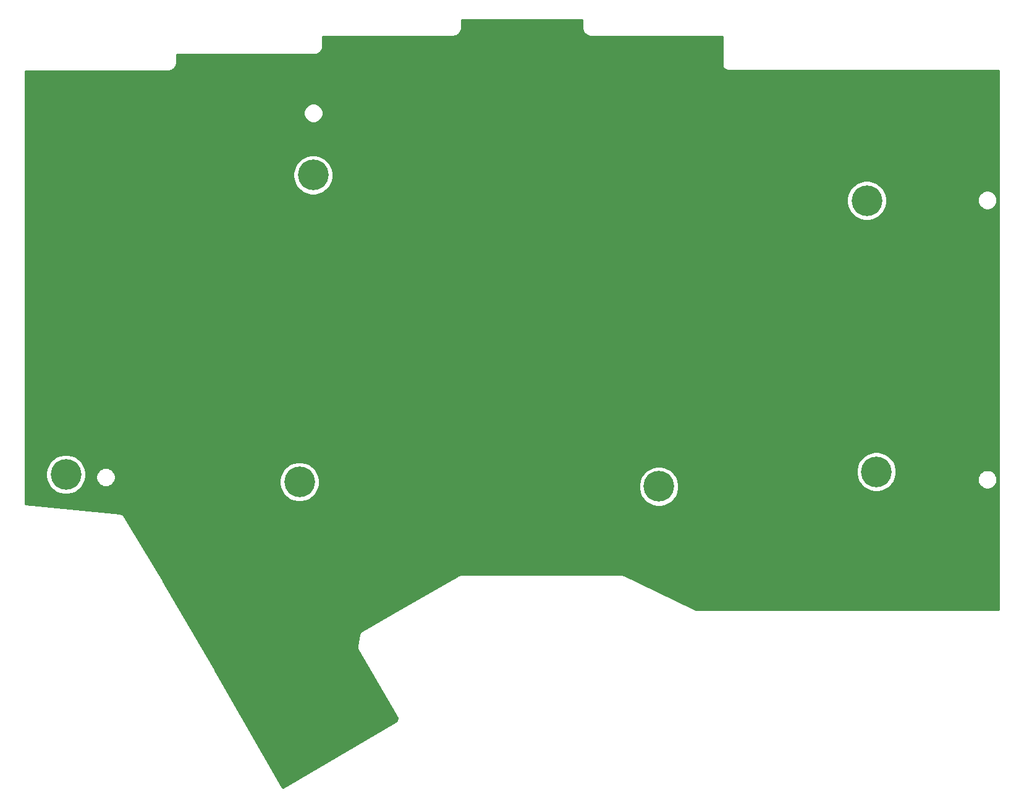
<source format=gbr>
%TF.GenerationSoftware,KiCad,Pcbnew,(5.1.6-0-10_14)*%
%TF.CreationDate,2020-10-01T11:44:37+02:00*%
%TF.ProjectId,bottom-plate,626f7474-6f6d-42d7-906c-6174652e6b69,rev?*%
%TF.SameCoordinates,Original*%
%TF.FileFunction,Copper,L2,Bot*%
%TF.FilePolarity,Positive*%
%FSLAX46Y46*%
G04 Gerber Fmt 4.6, Leading zero omitted, Abs format (unit mm)*
G04 Created by KiCad (PCBNEW (5.1.6-0-10_14)) date 2020-10-01 11:44:37*
%MOMM*%
%LPD*%
G01*
G04 APERTURE LIST*
%TA.AperFunction,ComponentPad*%
%ADD10C,4.200000*%
%TD*%
%TA.AperFunction,NonConductor*%
%ADD11C,0.254000*%
%TD*%
G04 APERTURE END LIST*
D10*
%TO.P,Ref\u002A\u002A,*%
%TO.N,*%
X38354000Y-86741000D03*
%TD*%
%TO.P,Ref\u002A\u002A,*%
%TO.N,*%
X148082000Y-49202500D03*
%TD*%
%TO.P,Ref\u002A\u002A,*%
%TO.N,*%
X72224500Y-45702500D03*
%TD*%
%TO.P,Ref\u002A\u002A,*%
%TO.N,*%
X119592500Y-88385000D03*
%TD*%
%TO.P,Ref\u002A\u002A,*%
%TO.N,*%
X70358000Y-87757000D03*
%TD*%
%TO.P,Ref\u002A\u002A,*%
%TO.N,*%
X149393500Y-86367000D03*
%TD*%
D11*
G36*
X109097544Y-25501230D02*
G01*
X109108179Y-25609210D01*
X109111069Y-25618739D01*
X109119102Y-25682375D01*
X109130223Y-25731347D01*
X109138446Y-25780881D01*
X109146073Y-25801144D01*
X109150868Y-25822260D01*
X109171289Y-25868138D01*
X109188977Y-25915133D01*
X109193576Y-25924307D01*
X109292056Y-26117371D01*
X109297847Y-26126417D01*
X109302060Y-26136297D01*
X109336475Y-26186758D01*
X109369395Y-26238183D01*
X109376830Y-26245929D01*
X109382884Y-26254806D01*
X109426451Y-26297627D01*
X109468727Y-26341673D01*
X109477527Y-26347829D01*
X109485188Y-26355359D01*
X109493219Y-26361748D01*
X109662304Y-26494355D01*
X109673734Y-26501639D01*
X109683862Y-26510630D01*
X109734116Y-26540114D01*
X109783278Y-26571440D01*
X109795901Y-26576363D01*
X109807587Y-26583219D01*
X109862631Y-26602387D01*
X109916922Y-26623560D01*
X109930259Y-26625937D01*
X109943055Y-26630393D01*
X109953046Y-26632737D01*
X110169830Y-26681988D01*
X110170918Y-26682125D01*
X110190522Y-26688075D01*
X110298500Y-26698724D01*
X110302325Y-26698724D01*
X110312146Y-26699965D01*
X110329835Y-26698728D01*
X122169342Y-26700247D01*
X122169395Y-26700252D01*
X122210327Y-26700252D01*
X122241510Y-26700256D01*
X122241551Y-26700252D01*
X128297001Y-26700252D01*
X128297000Y-30570886D01*
X128293445Y-30606966D01*
X128297000Y-30643079D01*
X128297000Y-30643104D01*
X128301290Y-30686657D01*
X128307629Y-30751051D01*
X128307633Y-30751064D01*
X128307635Y-30751084D01*
X128328976Y-30821435D01*
X128349650Y-30889600D01*
X128349658Y-30889614D01*
X128349663Y-30889632D01*
X128377847Y-30942360D01*
X128417894Y-31017291D01*
X128417906Y-31017305D01*
X128417913Y-31017319D01*
X128455119Y-31062654D01*
X128509738Y-31129213D01*
X128509751Y-31129224D01*
X128509762Y-31129237D01*
X128575869Y-31183490D01*
X128621652Y-31221067D01*
X128621662Y-31221073D01*
X128621680Y-31221087D01*
X128700629Y-31263286D01*
X128749335Y-31289323D01*
X128749348Y-31289327D01*
X128749367Y-31289337D01*
X128830773Y-31314031D01*
X128887882Y-31331358D01*
X128887897Y-31331359D01*
X128887915Y-31331365D01*
X128967320Y-31339186D01*
X128995861Y-31341998D01*
X128995875Y-31341998D01*
X129032000Y-31345556D01*
X129068091Y-31342001D01*
X166143000Y-31343741D01*
X166143000Y-31405104D01*
X166143002Y-31405121D01*
X166144759Y-105310000D01*
X124629515Y-105310000D01*
X114888320Y-100564290D01*
X114836633Y-100536663D01*
X114788679Y-100522116D01*
X114741718Y-100504699D01*
X114719565Y-100501151D01*
X114698085Y-100494635D01*
X114648216Y-100489723D01*
X114598758Y-100481802D01*
X114540226Y-100484000D01*
X92515353Y-100484000D01*
X92502485Y-100481908D01*
X92443074Y-100484000D01*
X92419895Y-100484000D01*
X92406996Y-100485270D01*
X92357792Y-100487003D01*
X92335111Y-100492350D01*
X92311915Y-100494635D01*
X92264796Y-100508928D01*
X92216873Y-100520227D01*
X92195668Y-100529898D01*
X92173367Y-100536663D01*
X92129940Y-100559875D01*
X92118153Y-100565251D01*
X92098115Y-100576886D01*
X92045680Y-100604913D01*
X92035602Y-100613184D01*
X84215172Y-105154079D01*
X78945249Y-108165464D01*
X78944219Y-108165812D01*
X78882389Y-108201384D01*
X78851990Y-108218755D01*
X78851110Y-108219379D01*
X78818724Y-108238012D01*
X78792218Y-108261186D01*
X78763514Y-108281562D01*
X78737854Y-108308715D01*
X78709725Y-108333308D01*
X78688252Y-108361203D01*
X78664072Y-108386791D01*
X78644201Y-108418431D01*
X78621412Y-108448037D01*
X78605793Y-108479588D01*
X78587071Y-108509399D01*
X78573754Y-108544308D01*
X78557179Y-108577791D01*
X78548017Y-108611778D01*
X78535468Y-108644674D01*
X78529217Y-108681514D01*
X78528937Y-108682553D01*
X78523193Y-108717018D01*
X78511248Y-108787415D01*
X78511279Y-108788502D01*
X78280735Y-110171760D01*
X78280382Y-110172702D01*
X78268865Y-110242981D01*
X78263065Y-110277781D01*
X78262998Y-110278785D01*
X78256968Y-110315579D01*
X78258165Y-110350841D01*
X78255804Y-110386039D01*
X78260614Y-110423012D01*
X78261879Y-110460277D01*
X78269931Y-110494627D01*
X78274483Y-110529611D01*
X78286413Y-110564932D01*
X78294924Y-110601238D01*
X78309525Y-110633361D01*
X78320813Y-110666781D01*
X78339403Y-110699094D01*
X78339822Y-110700015D01*
X78357586Y-110730698D01*
X78393013Y-110792276D01*
X78393674Y-110793032D01*
X83796733Y-120125589D01*
X83689768Y-120553449D01*
X68126129Y-129694000D01*
X67991352Y-129694000D01*
X58820696Y-113583390D01*
X58819069Y-113579841D01*
X58802814Y-113551976D01*
X58786901Y-113524020D01*
X58784653Y-113520842D01*
X51704779Y-101383917D01*
X51702832Y-101379804D01*
X51686575Y-101352709D01*
X51670685Y-101325469D01*
X51668023Y-101321789D01*
X46379234Y-92507141D01*
X46373160Y-92492257D01*
X46342045Y-92445159D01*
X46331681Y-92427886D01*
X46322164Y-92415066D01*
X46293353Y-92371456D01*
X46279088Y-92357041D01*
X46267006Y-92340766D01*
X46228283Y-92305701D01*
X46191514Y-92268546D01*
X46174710Y-92257190D01*
X46159685Y-92243585D01*
X46114864Y-92216748D01*
X46071553Y-92187480D01*
X46052856Y-92179621D01*
X46035467Y-92169209D01*
X45986276Y-92151634D01*
X45938084Y-92131376D01*
X45918211Y-92127315D01*
X45899126Y-92120496D01*
X45847449Y-92112854D01*
X45831778Y-92109652D01*
X45811707Y-92107569D01*
X45755901Y-92099317D01*
X45739854Y-92100113D01*
X32844256Y-90761892D01*
X32802216Y-90596174D01*
X32802216Y-86471626D01*
X35619000Y-86471626D01*
X35619000Y-87010374D01*
X35724105Y-87538770D01*
X35930275Y-88036508D01*
X36229587Y-88484461D01*
X36610539Y-88865413D01*
X37058492Y-89164725D01*
X37556230Y-89370895D01*
X38084626Y-89476000D01*
X38623374Y-89476000D01*
X39151770Y-89370895D01*
X39649508Y-89164725D01*
X40097461Y-88865413D01*
X40478413Y-88484461D01*
X40777725Y-88036508D01*
X40983895Y-87538770D01*
X41089000Y-87010374D01*
X41089000Y-86991539D01*
X42490409Y-86991539D01*
X42490409Y-87252461D01*
X42541312Y-87508369D01*
X42641163Y-87749429D01*
X42786123Y-87966377D01*
X42970623Y-88150877D01*
X43187571Y-88295837D01*
X43428631Y-88395688D01*
X43684539Y-88446591D01*
X43945461Y-88446591D01*
X44201369Y-88395688D01*
X44442429Y-88295837D01*
X44659377Y-88150877D01*
X44843877Y-87966377D01*
X44988837Y-87749429D01*
X45088688Y-87508369D01*
X45092814Y-87487626D01*
X67623000Y-87487626D01*
X67623000Y-88026374D01*
X67728105Y-88554770D01*
X67934275Y-89052508D01*
X68233587Y-89500461D01*
X68614539Y-89881413D01*
X69062492Y-90180725D01*
X69560230Y-90386895D01*
X70088626Y-90492000D01*
X70627374Y-90492000D01*
X71155770Y-90386895D01*
X71653508Y-90180725D01*
X72101461Y-89881413D01*
X72482413Y-89500461D01*
X72781725Y-89052508D01*
X72987895Y-88554770D01*
X73075246Y-88115626D01*
X116857500Y-88115626D01*
X116857500Y-88654374D01*
X116962605Y-89182770D01*
X117168775Y-89680508D01*
X117468087Y-90128461D01*
X117849039Y-90509413D01*
X118296992Y-90808725D01*
X118794730Y-91014895D01*
X119323126Y-91120000D01*
X119861874Y-91120000D01*
X120390270Y-91014895D01*
X120888008Y-90808725D01*
X121335961Y-90509413D01*
X121716913Y-90128461D01*
X122016225Y-89680508D01*
X122222395Y-89182770D01*
X122327500Y-88654374D01*
X122327500Y-88115626D01*
X122222395Y-87587230D01*
X122016225Y-87089492D01*
X121716913Y-86641539D01*
X121335961Y-86260587D01*
X121092073Y-86097626D01*
X146658500Y-86097626D01*
X146658500Y-86636374D01*
X146763605Y-87164770D01*
X146969775Y-87662508D01*
X147269087Y-88110461D01*
X147650039Y-88491413D01*
X148097992Y-88790725D01*
X148595730Y-88996895D01*
X149124126Y-89102000D01*
X149662874Y-89102000D01*
X150191270Y-88996895D01*
X150689008Y-88790725D01*
X151136961Y-88491413D01*
X151517913Y-88110461D01*
X151817225Y-87662508D01*
X151961772Y-87313539D01*
X163267409Y-87313539D01*
X163267409Y-87574461D01*
X163318312Y-87830369D01*
X163418163Y-88071429D01*
X163563123Y-88288377D01*
X163747623Y-88472877D01*
X163964571Y-88617837D01*
X164205631Y-88717688D01*
X164461539Y-88768591D01*
X164722461Y-88768591D01*
X164978369Y-88717688D01*
X165219429Y-88617837D01*
X165436377Y-88472877D01*
X165620877Y-88288377D01*
X165765837Y-88071429D01*
X165865688Y-87830369D01*
X165916591Y-87574461D01*
X165916591Y-87313539D01*
X165865688Y-87057631D01*
X165765837Y-86816571D01*
X165620877Y-86599623D01*
X165436377Y-86415123D01*
X165219429Y-86270163D01*
X164978369Y-86170312D01*
X164722461Y-86119409D01*
X164461539Y-86119409D01*
X164205631Y-86170312D01*
X163964571Y-86270163D01*
X163747623Y-86415123D01*
X163563123Y-86599623D01*
X163418163Y-86816571D01*
X163318312Y-87057631D01*
X163267409Y-87313539D01*
X151961772Y-87313539D01*
X152023395Y-87164770D01*
X152128500Y-86636374D01*
X152128500Y-86097626D01*
X152023395Y-85569230D01*
X151817225Y-85071492D01*
X151517913Y-84623539D01*
X151136961Y-84242587D01*
X150689008Y-83943275D01*
X150191270Y-83737105D01*
X149662874Y-83632000D01*
X149124126Y-83632000D01*
X148595730Y-83737105D01*
X148097992Y-83943275D01*
X147650039Y-84242587D01*
X147269087Y-84623539D01*
X146969775Y-85071492D01*
X146763605Y-85569230D01*
X146658500Y-86097626D01*
X121092073Y-86097626D01*
X120888008Y-85961275D01*
X120390270Y-85755105D01*
X119861874Y-85650000D01*
X119323126Y-85650000D01*
X118794730Y-85755105D01*
X118296992Y-85961275D01*
X117849039Y-86260587D01*
X117468087Y-86641539D01*
X117168775Y-87089492D01*
X116962605Y-87587230D01*
X116857500Y-88115626D01*
X73075246Y-88115626D01*
X73093000Y-88026374D01*
X73093000Y-87487626D01*
X72987895Y-86959230D01*
X72781725Y-86461492D01*
X72482413Y-86013539D01*
X72101461Y-85632587D01*
X71653508Y-85333275D01*
X71155770Y-85127105D01*
X70627374Y-85022000D01*
X70088626Y-85022000D01*
X69560230Y-85127105D01*
X69062492Y-85333275D01*
X68614539Y-85632587D01*
X68233587Y-86013539D01*
X67934275Y-86461492D01*
X67728105Y-86959230D01*
X67623000Y-87487626D01*
X45092814Y-87487626D01*
X45139591Y-87252461D01*
X45139591Y-86991539D01*
X45088688Y-86735631D01*
X44988837Y-86494571D01*
X44843877Y-86277623D01*
X44659377Y-86093123D01*
X44442429Y-85948163D01*
X44201369Y-85848312D01*
X43945461Y-85797409D01*
X43684539Y-85797409D01*
X43428631Y-85848312D01*
X43187571Y-85948163D01*
X42970623Y-86093123D01*
X42786123Y-86277623D01*
X42641163Y-86494571D01*
X42541312Y-86735631D01*
X42490409Y-86991539D01*
X41089000Y-86991539D01*
X41089000Y-86471626D01*
X40983895Y-85943230D01*
X40777725Y-85445492D01*
X40478413Y-84997539D01*
X40097461Y-84616587D01*
X39649508Y-84317275D01*
X39151770Y-84111105D01*
X38623374Y-84006000D01*
X38084626Y-84006000D01*
X37556230Y-84111105D01*
X37058492Y-84317275D01*
X36610539Y-84616587D01*
X36229587Y-84997539D01*
X35930275Y-85445492D01*
X35724105Y-85943230D01*
X35619000Y-86471626D01*
X32802216Y-86471626D01*
X32802216Y-48933126D01*
X145347000Y-48933126D01*
X145347000Y-49471874D01*
X145452105Y-50000270D01*
X145658275Y-50498008D01*
X145957587Y-50945961D01*
X146338539Y-51326913D01*
X146786492Y-51626225D01*
X147284230Y-51832395D01*
X147812626Y-51937500D01*
X148351374Y-51937500D01*
X148879770Y-51832395D01*
X149377508Y-51626225D01*
X149825461Y-51326913D01*
X150206413Y-50945961D01*
X150505725Y-50498008D01*
X150711895Y-50000270D01*
X150817000Y-49471874D01*
X150817000Y-49018539D01*
X163267409Y-49018539D01*
X163267409Y-49279461D01*
X163318312Y-49535369D01*
X163418163Y-49776429D01*
X163563123Y-49993377D01*
X163747623Y-50177877D01*
X163964571Y-50322837D01*
X164205631Y-50422688D01*
X164461539Y-50473591D01*
X164722461Y-50473591D01*
X164978369Y-50422688D01*
X165219429Y-50322837D01*
X165436377Y-50177877D01*
X165620877Y-49993377D01*
X165765837Y-49776429D01*
X165865688Y-49535369D01*
X165916591Y-49279461D01*
X165916591Y-49018539D01*
X165865688Y-48762631D01*
X165765837Y-48521571D01*
X165620877Y-48304623D01*
X165436377Y-48120123D01*
X165219429Y-47975163D01*
X164978369Y-47875312D01*
X164722461Y-47824409D01*
X164461539Y-47824409D01*
X164205631Y-47875312D01*
X163964571Y-47975163D01*
X163747623Y-48120123D01*
X163563123Y-48304623D01*
X163418163Y-48521571D01*
X163318312Y-48762631D01*
X163267409Y-49018539D01*
X150817000Y-49018539D01*
X150817000Y-48933126D01*
X150711895Y-48404730D01*
X150505725Y-47906992D01*
X150206413Y-47459039D01*
X149825461Y-47078087D01*
X149377508Y-46778775D01*
X148879770Y-46572605D01*
X148351374Y-46467500D01*
X147812626Y-46467500D01*
X147284230Y-46572605D01*
X146786492Y-46778775D01*
X146338539Y-47078087D01*
X145957587Y-47459039D01*
X145658275Y-47906992D01*
X145452105Y-48404730D01*
X145347000Y-48933126D01*
X32802216Y-48933126D01*
X32802216Y-45433126D01*
X69489500Y-45433126D01*
X69489500Y-45971874D01*
X69594605Y-46500270D01*
X69800775Y-46998008D01*
X70100087Y-47445961D01*
X70481039Y-47826913D01*
X70928992Y-48126225D01*
X71426730Y-48332395D01*
X71955126Y-48437500D01*
X72493874Y-48437500D01*
X73022270Y-48332395D01*
X73520008Y-48126225D01*
X73967961Y-47826913D01*
X74348913Y-47445961D01*
X74648225Y-46998008D01*
X74854395Y-46500270D01*
X74959500Y-45971874D01*
X74959500Y-45433126D01*
X74854395Y-44904730D01*
X74648225Y-44406992D01*
X74348913Y-43959039D01*
X73967961Y-43578087D01*
X73520008Y-43278775D01*
X73022270Y-43072605D01*
X72493874Y-42967500D01*
X71955126Y-42967500D01*
X71426730Y-43072605D01*
X70928992Y-43278775D01*
X70481039Y-43578087D01*
X70100087Y-43959039D01*
X69800775Y-44406992D01*
X69594605Y-44904730D01*
X69489500Y-45433126D01*
X32802216Y-45433126D01*
X32802216Y-37080539D01*
X70938409Y-37080539D01*
X70938409Y-37341461D01*
X70989312Y-37597369D01*
X71089163Y-37838429D01*
X71234123Y-38055377D01*
X71418623Y-38239877D01*
X71635571Y-38384837D01*
X71876631Y-38484688D01*
X72132539Y-38535591D01*
X72393461Y-38535591D01*
X72649369Y-38484688D01*
X72890429Y-38384837D01*
X73107377Y-38239877D01*
X73291877Y-38055377D01*
X73436837Y-37838429D01*
X73536688Y-37597369D01*
X73587591Y-37341461D01*
X73587591Y-37080539D01*
X73536688Y-36824631D01*
X73436837Y-36583571D01*
X73291877Y-36366623D01*
X73107377Y-36182123D01*
X72890429Y-36037163D01*
X72649369Y-35937312D01*
X72393461Y-35886409D01*
X72132539Y-35886409D01*
X71876631Y-35937312D01*
X71635571Y-36037163D01*
X71418623Y-36182123D01*
X71234123Y-36366623D01*
X71089163Y-36583571D01*
X70989312Y-36824631D01*
X70938409Y-37080539D01*
X32802216Y-37080539D01*
X32802216Y-31448545D01*
X52316557Y-31450301D01*
X52316832Y-31450301D01*
X52352630Y-31450304D01*
X52460611Y-31439678D01*
X52470182Y-31436776D01*
X52533833Y-31428741D01*
X52582802Y-31417620D01*
X52632338Y-31409397D01*
X52652605Y-31401769D01*
X52673718Y-31396974D01*
X52719597Y-31376553D01*
X52766590Y-31358865D01*
X52775764Y-31354266D01*
X52968829Y-31255784D01*
X52977876Y-31249993D01*
X52987750Y-31245782D01*
X53038196Y-31211377D01*
X53089641Y-31178444D01*
X53097388Y-31171008D01*
X53106259Y-31164958D01*
X53149066Y-31121406D01*
X53193131Y-31079111D01*
X53199287Y-31070311D01*
X53206813Y-31062654D01*
X53213202Y-31054624D01*
X53345809Y-30885538D01*
X53353086Y-30874118D01*
X53362073Y-30863996D01*
X53391557Y-30813744D01*
X53422895Y-30764564D01*
X53427817Y-30751942D01*
X53434664Y-30740273D01*
X53453829Y-30685245D01*
X53475015Y-30630920D01*
X53477391Y-30617591D01*
X53481843Y-30604807D01*
X53484187Y-30594816D01*
X53527506Y-30404170D01*
X53540814Y-30360584D01*
X53551645Y-30252623D01*
X53553567Y-29198366D01*
X72368563Y-29200124D01*
X72476544Y-29189499D01*
X72486111Y-29186598D01*
X72549176Y-29178669D01*
X72598165Y-29167569D01*
X72647693Y-29159372D01*
X72667957Y-29151756D01*
X72689077Y-29146971D01*
X72734970Y-29126571D01*
X72781970Y-29108907D01*
X72791146Y-29104313D01*
X72984258Y-29005927D01*
X72993308Y-29000140D01*
X73003189Y-28995932D01*
X73053649Y-28961554D01*
X73105108Y-28928647D01*
X73112863Y-28921211D01*
X73121737Y-28915165D01*
X73164550Y-28871649D01*
X73208647Y-28829365D01*
X73214811Y-28820563D01*
X73222340Y-28812910D01*
X73228733Y-28804883D01*
X73361421Y-28635863D01*
X73368705Y-28624444D01*
X73377700Y-28614323D01*
X73407216Y-28564071D01*
X73438566Y-28514926D01*
X73443493Y-28502311D01*
X73450351Y-28490635D01*
X73469548Y-28435599D01*
X73490751Y-28381308D01*
X73493133Y-28367979D01*
X73497594Y-28355190D01*
X73499942Y-28345201D01*
X73541256Y-28163775D01*
X73558542Y-28106792D01*
X73569177Y-27998812D01*
X73569177Y-26698761D01*
X84259344Y-26700247D01*
X84259395Y-26700252D01*
X84295540Y-26700252D01*
X84331502Y-26700257D01*
X84331553Y-26700252D01*
X91368577Y-26700252D01*
X91476557Y-26689617D01*
X91486094Y-26686724D01*
X91549723Y-26678692D01*
X91598692Y-26667572D01*
X91648236Y-26659346D01*
X91668500Y-26651718D01*
X91689608Y-26646925D01*
X91735485Y-26626505D01*
X91782487Y-26608813D01*
X91791661Y-26604214D01*
X91984725Y-26505730D01*
X91993771Y-26499939D01*
X92003646Y-26495728D01*
X92054087Y-26461325D01*
X92105536Y-26428389D01*
X92113285Y-26420951D01*
X92122154Y-26414902D01*
X92164951Y-26371359D01*
X92209025Y-26329054D01*
X92215182Y-26320252D01*
X92222706Y-26312597D01*
X92229096Y-26304567D01*
X92361701Y-26135480D01*
X92368983Y-26124051D01*
X92377971Y-26113928D01*
X92407453Y-26063678D01*
X92438785Y-26014505D01*
X92443707Y-26001883D01*
X92450560Y-25990203D01*
X92469728Y-25935160D01*
X92490904Y-25880860D01*
X92493280Y-25867528D01*
X92497735Y-25854735D01*
X92500078Y-25844744D01*
X92542864Y-25656420D01*
X92557723Y-25607435D01*
X92568358Y-25499455D01*
X92568358Y-24448292D01*
X109097545Y-24448292D01*
X109097544Y-25501230D01*
G37*
X109097544Y-25501230D02*
X109108179Y-25609210D01*
X109111069Y-25618739D01*
X109119102Y-25682375D01*
X109130223Y-25731347D01*
X109138446Y-25780881D01*
X109146073Y-25801144D01*
X109150868Y-25822260D01*
X109171289Y-25868138D01*
X109188977Y-25915133D01*
X109193576Y-25924307D01*
X109292056Y-26117371D01*
X109297847Y-26126417D01*
X109302060Y-26136297D01*
X109336475Y-26186758D01*
X109369395Y-26238183D01*
X109376830Y-26245929D01*
X109382884Y-26254806D01*
X109426451Y-26297627D01*
X109468727Y-26341673D01*
X109477527Y-26347829D01*
X109485188Y-26355359D01*
X109493219Y-26361748D01*
X109662304Y-26494355D01*
X109673734Y-26501639D01*
X109683862Y-26510630D01*
X109734116Y-26540114D01*
X109783278Y-26571440D01*
X109795901Y-26576363D01*
X109807587Y-26583219D01*
X109862631Y-26602387D01*
X109916922Y-26623560D01*
X109930259Y-26625937D01*
X109943055Y-26630393D01*
X109953046Y-26632737D01*
X110169830Y-26681988D01*
X110170918Y-26682125D01*
X110190522Y-26688075D01*
X110298500Y-26698724D01*
X110302325Y-26698724D01*
X110312146Y-26699965D01*
X110329835Y-26698728D01*
X122169342Y-26700247D01*
X122169395Y-26700252D01*
X122210327Y-26700252D01*
X122241510Y-26700256D01*
X122241551Y-26700252D01*
X128297001Y-26700252D01*
X128297000Y-30570886D01*
X128293445Y-30606966D01*
X128297000Y-30643079D01*
X128297000Y-30643104D01*
X128301290Y-30686657D01*
X128307629Y-30751051D01*
X128307633Y-30751064D01*
X128307635Y-30751084D01*
X128328976Y-30821435D01*
X128349650Y-30889600D01*
X128349658Y-30889614D01*
X128349663Y-30889632D01*
X128377847Y-30942360D01*
X128417894Y-31017291D01*
X128417906Y-31017305D01*
X128417913Y-31017319D01*
X128455119Y-31062654D01*
X128509738Y-31129213D01*
X128509751Y-31129224D01*
X128509762Y-31129237D01*
X128575869Y-31183490D01*
X128621652Y-31221067D01*
X128621662Y-31221073D01*
X128621680Y-31221087D01*
X128700629Y-31263286D01*
X128749335Y-31289323D01*
X128749348Y-31289327D01*
X128749367Y-31289337D01*
X128830773Y-31314031D01*
X128887882Y-31331358D01*
X128887897Y-31331359D01*
X128887915Y-31331365D01*
X128967320Y-31339186D01*
X128995861Y-31341998D01*
X128995875Y-31341998D01*
X129032000Y-31345556D01*
X129068091Y-31342001D01*
X166143000Y-31343741D01*
X166143000Y-31405104D01*
X166143002Y-31405121D01*
X166144759Y-105310000D01*
X124629515Y-105310000D01*
X114888320Y-100564290D01*
X114836633Y-100536663D01*
X114788679Y-100522116D01*
X114741718Y-100504699D01*
X114719565Y-100501151D01*
X114698085Y-100494635D01*
X114648216Y-100489723D01*
X114598758Y-100481802D01*
X114540226Y-100484000D01*
X92515353Y-100484000D01*
X92502485Y-100481908D01*
X92443074Y-100484000D01*
X92419895Y-100484000D01*
X92406996Y-100485270D01*
X92357792Y-100487003D01*
X92335111Y-100492350D01*
X92311915Y-100494635D01*
X92264796Y-100508928D01*
X92216873Y-100520227D01*
X92195668Y-100529898D01*
X92173367Y-100536663D01*
X92129940Y-100559875D01*
X92118153Y-100565251D01*
X92098115Y-100576886D01*
X92045680Y-100604913D01*
X92035602Y-100613184D01*
X84215172Y-105154079D01*
X78945249Y-108165464D01*
X78944219Y-108165812D01*
X78882389Y-108201384D01*
X78851990Y-108218755D01*
X78851110Y-108219379D01*
X78818724Y-108238012D01*
X78792218Y-108261186D01*
X78763514Y-108281562D01*
X78737854Y-108308715D01*
X78709725Y-108333308D01*
X78688252Y-108361203D01*
X78664072Y-108386791D01*
X78644201Y-108418431D01*
X78621412Y-108448037D01*
X78605793Y-108479588D01*
X78587071Y-108509399D01*
X78573754Y-108544308D01*
X78557179Y-108577791D01*
X78548017Y-108611778D01*
X78535468Y-108644674D01*
X78529217Y-108681514D01*
X78528937Y-108682553D01*
X78523193Y-108717018D01*
X78511248Y-108787415D01*
X78511279Y-108788502D01*
X78280735Y-110171760D01*
X78280382Y-110172702D01*
X78268865Y-110242981D01*
X78263065Y-110277781D01*
X78262998Y-110278785D01*
X78256968Y-110315579D01*
X78258165Y-110350841D01*
X78255804Y-110386039D01*
X78260614Y-110423012D01*
X78261879Y-110460277D01*
X78269931Y-110494627D01*
X78274483Y-110529611D01*
X78286413Y-110564932D01*
X78294924Y-110601238D01*
X78309525Y-110633361D01*
X78320813Y-110666781D01*
X78339403Y-110699094D01*
X78339822Y-110700015D01*
X78357586Y-110730698D01*
X78393013Y-110792276D01*
X78393674Y-110793032D01*
X83796733Y-120125589D01*
X83689768Y-120553449D01*
X68126129Y-129694000D01*
X67991352Y-129694000D01*
X58820696Y-113583390D01*
X58819069Y-113579841D01*
X58802814Y-113551976D01*
X58786901Y-113524020D01*
X58784653Y-113520842D01*
X51704779Y-101383917D01*
X51702832Y-101379804D01*
X51686575Y-101352709D01*
X51670685Y-101325469D01*
X51668023Y-101321789D01*
X46379234Y-92507141D01*
X46373160Y-92492257D01*
X46342045Y-92445159D01*
X46331681Y-92427886D01*
X46322164Y-92415066D01*
X46293353Y-92371456D01*
X46279088Y-92357041D01*
X46267006Y-92340766D01*
X46228283Y-92305701D01*
X46191514Y-92268546D01*
X46174710Y-92257190D01*
X46159685Y-92243585D01*
X46114864Y-92216748D01*
X46071553Y-92187480D01*
X46052856Y-92179621D01*
X46035467Y-92169209D01*
X45986276Y-92151634D01*
X45938084Y-92131376D01*
X45918211Y-92127315D01*
X45899126Y-92120496D01*
X45847449Y-92112854D01*
X45831778Y-92109652D01*
X45811707Y-92107569D01*
X45755901Y-92099317D01*
X45739854Y-92100113D01*
X32844256Y-90761892D01*
X32802216Y-90596174D01*
X32802216Y-86471626D01*
X35619000Y-86471626D01*
X35619000Y-87010374D01*
X35724105Y-87538770D01*
X35930275Y-88036508D01*
X36229587Y-88484461D01*
X36610539Y-88865413D01*
X37058492Y-89164725D01*
X37556230Y-89370895D01*
X38084626Y-89476000D01*
X38623374Y-89476000D01*
X39151770Y-89370895D01*
X39649508Y-89164725D01*
X40097461Y-88865413D01*
X40478413Y-88484461D01*
X40777725Y-88036508D01*
X40983895Y-87538770D01*
X41089000Y-87010374D01*
X41089000Y-86991539D01*
X42490409Y-86991539D01*
X42490409Y-87252461D01*
X42541312Y-87508369D01*
X42641163Y-87749429D01*
X42786123Y-87966377D01*
X42970623Y-88150877D01*
X43187571Y-88295837D01*
X43428631Y-88395688D01*
X43684539Y-88446591D01*
X43945461Y-88446591D01*
X44201369Y-88395688D01*
X44442429Y-88295837D01*
X44659377Y-88150877D01*
X44843877Y-87966377D01*
X44988837Y-87749429D01*
X45088688Y-87508369D01*
X45092814Y-87487626D01*
X67623000Y-87487626D01*
X67623000Y-88026374D01*
X67728105Y-88554770D01*
X67934275Y-89052508D01*
X68233587Y-89500461D01*
X68614539Y-89881413D01*
X69062492Y-90180725D01*
X69560230Y-90386895D01*
X70088626Y-90492000D01*
X70627374Y-90492000D01*
X71155770Y-90386895D01*
X71653508Y-90180725D01*
X72101461Y-89881413D01*
X72482413Y-89500461D01*
X72781725Y-89052508D01*
X72987895Y-88554770D01*
X73075246Y-88115626D01*
X116857500Y-88115626D01*
X116857500Y-88654374D01*
X116962605Y-89182770D01*
X117168775Y-89680508D01*
X117468087Y-90128461D01*
X117849039Y-90509413D01*
X118296992Y-90808725D01*
X118794730Y-91014895D01*
X119323126Y-91120000D01*
X119861874Y-91120000D01*
X120390270Y-91014895D01*
X120888008Y-90808725D01*
X121335961Y-90509413D01*
X121716913Y-90128461D01*
X122016225Y-89680508D01*
X122222395Y-89182770D01*
X122327500Y-88654374D01*
X122327500Y-88115626D01*
X122222395Y-87587230D01*
X122016225Y-87089492D01*
X121716913Y-86641539D01*
X121335961Y-86260587D01*
X121092073Y-86097626D01*
X146658500Y-86097626D01*
X146658500Y-86636374D01*
X146763605Y-87164770D01*
X146969775Y-87662508D01*
X147269087Y-88110461D01*
X147650039Y-88491413D01*
X148097992Y-88790725D01*
X148595730Y-88996895D01*
X149124126Y-89102000D01*
X149662874Y-89102000D01*
X150191270Y-88996895D01*
X150689008Y-88790725D01*
X151136961Y-88491413D01*
X151517913Y-88110461D01*
X151817225Y-87662508D01*
X151961772Y-87313539D01*
X163267409Y-87313539D01*
X163267409Y-87574461D01*
X163318312Y-87830369D01*
X163418163Y-88071429D01*
X163563123Y-88288377D01*
X163747623Y-88472877D01*
X163964571Y-88617837D01*
X164205631Y-88717688D01*
X164461539Y-88768591D01*
X164722461Y-88768591D01*
X164978369Y-88717688D01*
X165219429Y-88617837D01*
X165436377Y-88472877D01*
X165620877Y-88288377D01*
X165765837Y-88071429D01*
X165865688Y-87830369D01*
X165916591Y-87574461D01*
X165916591Y-87313539D01*
X165865688Y-87057631D01*
X165765837Y-86816571D01*
X165620877Y-86599623D01*
X165436377Y-86415123D01*
X165219429Y-86270163D01*
X164978369Y-86170312D01*
X164722461Y-86119409D01*
X164461539Y-86119409D01*
X164205631Y-86170312D01*
X163964571Y-86270163D01*
X163747623Y-86415123D01*
X163563123Y-86599623D01*
X163418163Y-86816571D01*
X163318312Y-87057631D01*
X163267409Y-87313539D01*
X151961772Y-87313539D01*
X152023395Y-87164770D01*
X152128500Y-86636374D01*
X152128500Y-86097626D01*
X152023395Y-85569230D01*
X151817225Y-85071492D01*
X151517913Y-84623539D01*
X151136961Y-84242587D01*
X150689008Y-83943275D01*
X150191270Y-83737105D01*
X149662874Y-83632000D01*
X149124126Y-83632000D01*
X148595730Y-83737105D01*
X148097992Y-83943275D01*
X147650039Y-84242587D01*
X147269087Y-84623539D01*
X146969775Y-85071492D01*
X146763605Y-85569230D01*
X146658500Y-86097626D01*
X121092073Y-86097626D01*
X120888008Y-85961275D01*
X120390270Y-85755105D01*
X119861874Y-85650000D01*
X119323126Y-85650000D01*
X118794730Y-85755105D01*
X118296992Y-85961275D01*
X117849039Y-86260587D01*
X117468087Y-86641539D01*
X117168775Y-87089492D01*
X116962605Y-87587230D01*
X116857500Y-88115626D01*
X73075246Y-88115626D01*
X73093000Y-88026374D01*
X73093000Y-87487626D01*
X72987895Y-86959230D01*
X72781725Y-86461492D01*
X72482413Y-86013539D01*
X72101461Y-85632587D01*
X71653508Y-85333275D01*
X71155770Y-85127105D01*
X70627374Y-85022000D01*
X70088626Y-85022000D01*
X69560230Y-85127105D01*
X69062492Y-85333275D01*
X68614539Y-85632587D01*
X68233587Y-86013539D01*
X67934275Y-86461492D01*
X67728105Y-86959230D01*
X67623000Y-87487626D01*
X45092814Y-87487626D01*
X45139591Y-87252461D01*
X45139591Y-86991539D01*
X45088688Y-86735631D01*
X44988837Y-86494571D01*
X44843877Y-86277623D01*
X44659377Y-86093123D01*
X44442429Y-85948163D01*
X44201369Y-85848312D01*
X43945461Y-85797409D01*
X43684539Y-85797409D01*
X43428631Y-85848312D01*
X43187571Y-85948163D01*
X42970623Y-86093123D01*
X42786123Y-86277623D01*
X42641163Y-86494571D01*
X42541312Y-86735631D01*
X42490409Y-86991539D01*
X41089000Y-86991539D01*
X41089000Y-86471626D01*
X40983895Y-85943230D01*
X40777725Y-85445492D01*
X40478413Y-84997539D01*
X40097461Y-84616587D01*
X39649508Y-84317275D01*
X39151770Y-84111105D01*
X38623374Y-84006000D01*
X38084626Y-84006000D01*
X37556230Y-84111105D01*
X37058492Y-84317275D01*
X36610539Y-84616587D01*
X36229587Y-84997539D01*
X35930275Y-85445492D01*
X35724105Y-85943230D01*
X35619000Y-86471626D01*
X32802216Y-86471626D01*
X32802216Y-48933126D01*
X145347000Y-48933126D01*
X145347000Y-49471874D01*
X145452105Y-50000270D01*
X145658275Y-50498008D01*
X145957587Y-50945961D01*
X146338539Y-51326913D01*
X146786492Y-51626225D01*
X147284230Y-51832395D01*
X147812626Y-51937500D01*
X148351374Y-51937500D01*
X148879770Y-51832395D01*
X149377508Y-51626225D01*
X149825461Y-51326913D01*
X150206413Y-50945961D01*
X150505725Y-50498008D01*
X150711895Y-50000270D01*
X150817000Y-49471874D01*
X150817000Y-49018539D01*
X163267409Y-49018539D01*
X163267409Y-49279461D01*
X163318312Y-49535369D01*
X163418163Y-49776429D01*
X163563123Y-49993377D01*
X163747623Y-50177877D01*
X163964571Y-50322837D01*
X164205631Y-50422688D01*
X164461539Y-50473591D01*
X164722461Y-50473591D01*
X164978369Y-50422688D01*
X165219429Y-50322837D01*
X165436377Y-50177877D01*
X165620877Y-49993377D01*
X165765837Y-49776429D01*
X165865688Y-49535369D01*
X165916591Y-49279461D01*
X165916591Y-49018539D01*
X165865688Y-48762631D01*
X165765837Y-48521571D01*
X165620877Y-48304623D01*
X165436377Y-48120123D01*
X165219429Y-47975163D01*
X164978369Y-47875312D01*
X164722461Y-47824409D01*
X164461539Y-47824409D01*
X164205631Y-47875312D01*
X163964571Y-47975163D01*
X163747623Y-48120123D01*
X163563123Y-48304623D01*
X163418163Y-48521571D01*
X163318312Y-48762631D01*
X163267409Y-49018539D01*
X150817000Y-49018539D01*
X150817000Y-48933126D01*
X150711895Y-48404730D01*
X150505725Y-47906992D01*
X150206413Y-47459039D01*
X149825461Y-47078087D01*
X149377508Y-46778775D01*
X148879770Y-46572605D01*
X148351374Y-46467500D01*
X147812626Y-46467500D01*
X147284230Y-46572605D01*
X146786492Y-46778775D01*
X146338539Y-47078087D01*
X145957587Y-47459039D01*
X145658275Y-47906992D01*
X145452105Y-48404730D01*
X145347000Y-48933126D01*
X32802216Y-48933126D01*
X32802216Y-45433126D01*
X69489500Y-45433126D01*
X69489500Y-45971874D01*
X69594605Y-46500270D01*
X69800775Y-46998008D01*
X70100087Y-47445961D01*
X70481039Y-47826913D01*
X70928992Y-48126225D01*
X71426730Y-48332395D01*
X71955126Y-48437500D01*
X72493874Y-48437500D01*
X73022270Y-48332395D01*
X73520008Y-48126225D01*
X73967961Y-47826913D01*
X74348913Y-47445961D01*
X74648225Y-46998008D01*
X74854395Y-46500270D01*
X74959500Y-45971874D01*
X74959500Y-45433126D01*
X74854395Y-44904730D01*
X74648225Y-44406992D01*
X74348913Y-43959039D01*
X73967961Y-43578087D01*
X73520008Y-43278775D01*
X73022270Y-43072605D01*
X72493874Y-42967500D01*
X71955126Y-42967500D01*
X71426730Y-43072605D01*
X70928992Y-43278775D01*
X70481039Y-43578087D01*
X70100087Y-43959039D01*
X69800775Y-44406992D01*
X69594605Y-44904730D01*
X69489500Y-45433126D01*
X32802216Y-45433126D01*
X32802216Y-37080539D01*
X70938409Y-37080539D01*
X70938409Y-37341461D01*
X70989312Y-37597369D01*
X71089163Y-37838429D01*
X71234123Y-38055377D01*
X71418623Y-38239877D01*
X71635571Y-38384837D01*
X71876631Y-38484688D01*
X72132539Y-38535591D01*
X72393461Y-38535591D01*
X72649369Y-38484688D01*
X72890429Y-38384837D01*
X73107377Y-38239877D01*
X73291877Y-38055377D01*
X73436837Y-37838429D01*
X73536688Y-37597369D01*
X73587591Y-37341461D01*
X73587591Y-37080539D01*
X73536688Y-36824631D01*
X73436837Y-36583571D01*
X73291877Y-36366623D01*
X73107377Y-36182123D01*
X72890429Y-36037163D01*
X72649369Y-35937312D01*
X72393461Y-35886409D01*
X72132539Y-35886409D01*
X71876631Y-35937312D01*
X71635571Y-36037163D01*
X71418623Y-36182123D01*
X71234123Y-36366623D01*
X71089163Y-36583571D01*
X70989312Y-36824631D01*
X70938409Y-37080539D01*
X32802216Y-37080539D01*
X32802216Y-31448545D01*
X52316557Y-31450301D01*
X52316832Y-31450301D01*
X52352630Y-31450304D01*
X52460611Y-31439678D01*
X52470182Y-31436776D01*
X52533833Y-31428741D01*
X52582802Y-31417620D01*
X52632338Y-31409397D01*
X52652605Y-31401769D01*
X52673718Y-31396974D01*
X52719597Y-31376553D01*
X52766590Y-31358865D01*
X52775764Y-31354266D01*
X52968829Y-31255784D01*
X52977876Y-31249993D01*
X52987750Y-31245782D01*
X53038196Y-31211377D01*
X53089641Y-31178444D01*
X53097388Y-31171008D01*
X53106259Y-31164958D01*
X53149066Y-31121406D01*
X53193131Y-31079111D01*
X53199287Y-31070311D01*
X53206813Y-31062654D01*
X53213202Y-31054624D01*
X53345809Y-30885538D01*
X53353086Y-30874118D01*
X53362073Y-30863996D01*
X53391557Y-30813744D01*
X53422895Y-30764564D01*
X53427817Y-30751942D01*
X53434664Y-30740273D01*
X53453829Y-30685245D01*
X53475015Y-30630920D01*
X53477391Y-30617591D01*
X53481843Y-30604807D01*
X53484187Y-30594816D01*
X53527506Y-30404170D01*
X53540814Y-30360584D01*
X53551645Y-30252623D01*
X53553567Y-29198366D01*
X72368563Y-29200124D01*
X72476544Y-29189499D01*
X72486111Y-29186598D01*
X72549176Y-29178669D01*
X72598165Y-29167569D01*
X72647693Y-29159372D01*
X72667957Y-29151756D01*
X72689077Y-29146971D01*
X72734970Y-29126571D01*
X72781970Y-29108907D01*
X72791146Y-29104313D01*
X72984258Y-29005927D01*
X72993308Y-29000140D01*
X73003189Y-28995932D01*
X73053649Y-28961554D01*
X73105108Y-28928647D01*
X73112863Y-28921211D01*
X73121737Y-28915165D01*
X73164550Y-28871649D01*
X73208647Y-28829365D01*
X73214811Y-28820563D01*
X73222340Y-28812910D01*
X73228733Y-28804883D01*
X73361421Y-28635863D01*
X73368705Y-28624444D01*
X73377700Y-28614323D01*
X73407216Y-28564071D01*
X73438566Y-28514926D01*
X73443493Y-28502311D01*
X73450351Y-28490635D01*
X73469548Y-28435599D01*
X73490751Y-28381308D01*
X73493133Y-28367979D01*
X73497594Y-28355190D01*
X73499942Y-28345201D01*
X73541256Y-28163775D01*
X73558542Y-28106792D01*
X73569177Y-27998812D01*
X73569177Y-26698761D01*
X84259344Y-26700247D01*
X84259395Y-26700252D01*
X84295540Y-26700252D01*
X84331502Y-26700257D01*
X84331553Y-26700252D01*
X91368577Y-26700252D01*
X91476557Y-26689617D01*
X91486094Y-26686724D01*
X91549723Y-26678692D01*
X91598692Y-26667572D01*
X91648236Y-26659346D01*
X91668500Y-26651718D01*
X91689608Y-26646925D01*
X91735485Y-26626505D01*
X91782487Y-26608813D01*
X91791661Y-26604214D01*
X91984725Y-26505730D01*
X91993771Y-26499939D01*
X92003646Y-26495728D01*
X92054087Y-26461325D01*
X92105536Y-26428389D01*
X92113285Y-26420951D01*
X92122154Y-26414902D01*
X92164951Y-26371359D01*
X92209025Y-26329054D01*
X92215182Y-26320252D01*
X92222706Y-26312597D01*
X92229096Y-26304567D01*
X92361701Y-26135480D01*
X92368983Y-26124051D01*
X92377971Y-26113928D01*
X92407453Y-26063678D01*
X92438785Y-26014505D01*
X92443707Y-26001883D01*
X92450560Y-25990203D01*
X92469728Y-25935160D01*
X92490904Y-25880860D01*
X92493280Y-25867528D01*
X92497735Y-25854735D01*
X92500078Y-25844744D01*
X92542864Y-25656420D01*
X92557723Y-25607435D01*
X92568358Y-25499455D01*
X92568358Y-24448292D01*
X109097545Y-24448292D01*
X109097544Y-25501230D01*
M02*

</source>
